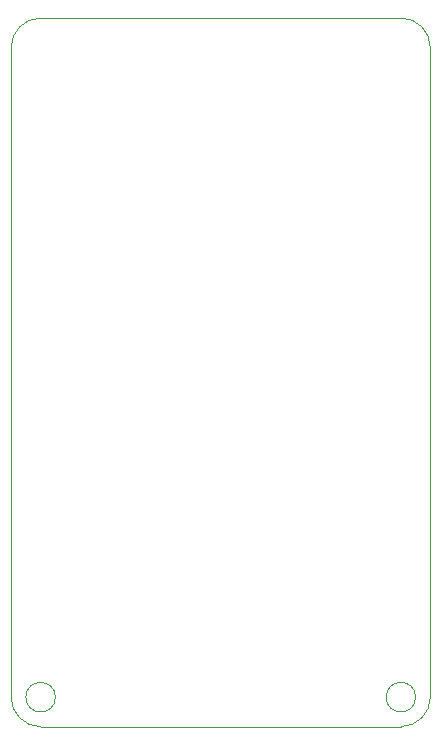
<source format=gbr>
%TF.GenerationSoftware,KiCad,Pcbnew,8.0.1*%
%TF.CreationDate,2024-03-29T18:46:23-05:00*%
%TF.ProjectId,TTWR Keypad,54545752-204b-4657-9970-61642e6b6963,V01*%
%TF.SameCoordinates,Original*%
%TF.FileFunction,Profile,NP*%
%FSLAX46Y46*%
G04 Gerber Fmt 4.6, Leading zero omitted, Abs format (unit mm)*
G04 Created by KiCad (PCBNEW 8.0.1) date 2024-03-29 18:46:23*
%MOMM*%
%LPD*%
G01*
G04 APERTURE LIST*
%TA.AperFunction,Profile*%
%ADD10C,0.100000*%
%TD*%
G04 APERTURE END LIST*
D10*
X150000000Y-42500000D02*
G75*
G02*
X152500000Y-40000000I2500000J0D01*
G01*
X183000000Y-40000000D02*
G75*
G02*
X185500000Y-42500000I0J-2500000D01*
G01*
X153750000Y-97500000D02*
G75*
G02*
X151250000Y-97500000I-1250000J0D01*
G01*
X151250000Y-97500000D02*
G75*
G02*
X153750000Y-97500000I1250000J0D01*
G01*
X185500000Y-97500000D02*
X185500000Y-42500000D01*
X183000000Y-40000000D02*
X152500000Y-40000000D01*
X185500000Y-97500000D02*
G75*
G02*
X183000000Y-100000000I-2500000J0D01*
G01*
X152500000Y-100000000D02*
G75*
G02*
X150000000Y-97500000I0J2500000D01*
G01*
X184250000Y-97500000D02*
G75*
G02*
X181750000Y-97500000I-1250000J0D01*
G01*
X181750000Y-97500000D02*
G75*
G02*
X184250000Y-97500000I1250000J0D01*
G01*
X183000000Y-100000000D02*
X152500000Y-100000000D01*
X150000000Y-42500000D02*
X150000000Y-97500000D01*
M02*

</source>
